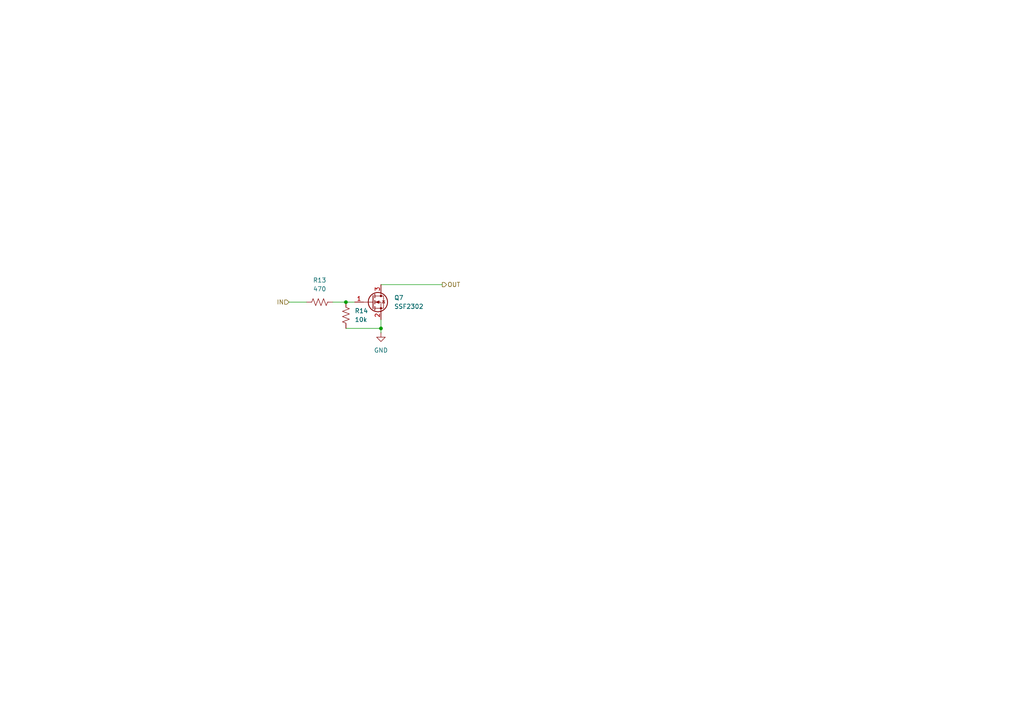
<source format=kicad_sch>
(kicad_sch (version 20250114) (generator "eeschema") (generator_version "9.0")
  (paper "A4")
  (lib_symbols
    (symbol "Device:R_US" (pin_numbers (hide yes)) (pin_names (offset 0))
      (property "Reference" "R" (at 2.54 0 90))
      (property "Value" "R_US" (at -2.54 0 90))
      (symbol "R_US_0_1"
        (polyline (pts (xy 0 2.286) (xy 0 2.54)))
        (polyline (pts (xy 0 2.286) (xy 1.016 1.905) (xy 0 1.524) (xy -1.016 1.143) (xy 0 0.762)))
        (polyline (pts (xy 0 0.762) (xy 1.016 0.381) (xy 0 0) (xy -1.016 -0.381) (xy 0 -0.762)))
        (polyline (pts (xy 0 -0.762) (xy 1.016 -1.143) (xy 0 -1.524) (xy -1.016 -1.905) (xy 0 -2.286)))
        (polyline (pts (xy 0 -2.286) (xy 0 -2.54)))
      )
      (symbol "R_US_1_1"
        (pin passive line (at 0 3.81 270) (length 1.27) (name "~") (number "1"))
        (pin passive line (at 0 -3.81 90) (length 1.27) (name "~") (number "2"))
      )
    )
    (symbol "Transistor_FET:TSM2302CX" (pin_names (offset 0) (hide yes))
      (property "Reference" "Q" (at 5.08 1.905 0))
      (property "Value" "TSM2302CX" (at 5.08 0 0))
      (symbol "TSM2302CX_0_1"
        (polyline (pts (xy 0.254 1.905) (xy 0.254 -1.905)) (stroke (width 0.254)))
        (polyline (pts (xy 0.254 0) (xy -2.54 0)))
        (polyline (pts (xy 0.762 2.286) (xy 0.762 1.27)) (stroke (width 0.254)))
        (polyline (pts (xy 0.762 0.508) (xy 0.762 -0.508)) (stroke (width 0.254)))
        (polyline (pts (xy 0.762 -1.27) (xy 0.762 -2.286)) (stroke (width 0.254)))
        (polyline (pts (xy 0.762 -1.778) (xy 3.302 -1.778) (xy 3.302 1.778) (xy 0.762 1.778)))
        (polyline (pts (xy 1.016 0) (xy 2.032 0.381) (xy 2.032 -0.381) (xy 1.016 0)) (fill (type outline)))
        (circle (center 1.651 0) (radius 2.794) (stroke (width 0.254)))
        (polyline (pts (xy 2.54 2.54) (xy 2.54 1.778)))
        (circle (center 2.54 1.778) (radius 0.254) (fill (type outline)))
        (circle (center 2.54 -1.778) (radius 0.254) (fill (type outline)))
        (polyline (pts (xy 2.54 -2.54) (xy 2.54 0) (xy 0.762 0)))
        (polyline (pts (xy 2.921 0.381) (xy 3.683 0.381)))
        (polyline (pts (xy 3.302 0.381) (xy 2.921 -0.254) (xy 3.683 -0.254) (xy 3.302 0.381)))
      )
      (symbol "TSM2302CX_1_1"
        (pin input line (at -5.08 0 0) (length 2.54) (name "G") (number "1"))
        (pin passive line (at 2.54 5.08 270) (length 2.54) (name "D") (number "3"))
        (pin passive line (at 2.54 -5.08 90) (length 2.54) (name "S") (number "2"))
      )
    )
    (symbol "power:GND" (power) (pin_numbers (hide yes)) (pin_names (offset 0) (hide yes))
      (property "Value" "GND" (at 0 -3.81 0))
      (symbol "GND_0_1"
        (polyline (pts (xy 0 0) (xy 0 -1.27) (xy 1.27 -1.27) (xy 0 -2.54) (xy -1.27 -1.27) (xy 0 -1.27)))
      )
      (symbol "GND_1_1"
        (pin power_in line (at 0 0 270) (length 0) (name "~") (number "1"))
      )
    )
  )
  (junction (at 100.33 87.63))
  (junction (at 110.49 95.25))
  (wire (pts (xy 83.82 87.63) (xy 88.9 87.63)))
  (wire (pts (xy 110.49 95.25) (xy 110.49 96.52)))
  (wire (pts (xy 96.52 87.63) (xy 100.33 87.63)))
  (wire (pts (xy 100.33 95.25) (xy 110.49 95.25)))
  (wire (pts (xy 110.49 92.71) (xy 110.49 95.25)))
  (wire (pts (xy 110.49 82.55) (xy 128.27 82.55)))
  (wire (pts (xy 100.33 87.63) (xy 102.87 87.63)))
  (hierarchical_label "IN" (shape input) (at 83.82 87.63 180))
  (hierarchical_label "OUT" (shape output) (at 128.27 82.55 0))
  (symbol (lib_id "Device:R_US") (at 100.33 91.44 0) (unit 1)
    (property "Reference" "R2" (at 102.87 90.1699 0) (effects (justify left)))
    (property "Value" "10k" (at 102.87 92.7099 0) (effects (justify left)))
    (property "Footprint" "Resistor_SMD:R_0805_2012Metric_Pad1.20x1.40mm_HandSolder" (effects (hide yes)))
    (property "Description" "Resistor, US symbol" (effects (hide yes)))
    (instances (project "Adapter" (path "" (reference "R14") (unit 1)) (path "" (reference "R6") (unit 1)) (path "" (reference "R8") (unit 1)) (path "" (reference "R4") (unit 1)) (path "" (reference "R12") (unit 1)) (path "" (reference "R16") (unit 1)) (path "" (reference "R10") (unit 1)) (path "" (reference "R2") (unit 1))))
  )
  (symbol (lib_id "power:GND") (at 110.49 96.52 0) (unit 1)
    (property "Reference" "#PWR05" (effects (hide yes)))
    (property "Value" "GND" (at 110.49 101.6 0))
    (property "Description" "Power symbol creates a global label with name \"GND\" , ground" (effects (hide yes)))
    (instances (project "Adapter" (path "" (reference "#PWR09") (unit 1)) (path "" (reference "#PWR0101") (unit 1)) (path "" (reference "#PWR06") (unit 1)) (path "" (reference "#PWR04") (unit 1)) (path "" (reference "#PWR08") (unit 1)) (path "" (reference "#PWR010") (unit 1)) (path "" (reference "#PWR07") (unit 1)) (path "" (reference "#PWR05") (unit 1))))
  )
  (symbol (lib_id "Device:R_US") (at 92.71 87.63 90) (unit 1)
    (property "Reference" "R1" (at 92.71 81.28 90))
    (property "Value" "470" (at 92.71 83.82 90))
    (property "Footprint" "Resistor_SMD:R_0805_2012Metric_Pad1.20x1.40mm_HandSolder" (effects (hide yes)))
    (property "Description" "Resistor, US symbol" (effects (hide yes)))
    (instances (project "Adapter" (path "" (reference "R13") (unit 1)) (path "" (reference "R5") (unit 1)) (path "" (reference "R7") (unit 1)) (path "" (reference "R3") (unit 1)) (path "" (reference "R11") (unit 1)) (path "" (reference "R15") (unit 1)) (path "" (reference "R9") (unit 1)) (path "" (reference "R1") (unit 1))))
  )
  (symbol (lib_id "Transistor_FET:TSM2302CX") (at 107.95 87.63 0) (unit 1)
    (property "Reference" "Q1" (at 114.3 86.3599 0) (effects (justify left)))
    (property "Value" "SSF2302" (at 114.3 88.8999 0) (effects (justify left)))
    (property "Footprint" "Package_TO_SOT_SMD:SOT-23_Handsoldering" (effects (hide yes)))
    (property "Datasheet" "https://services.taiwansemi.com/storage/resources/datasheet/TSM2302CX_F2406.pdf" (effects (hide yes)))
    (property "Description" "3.9A Id, 20V Vds, N-Channel MOSFET, SOT-23" (effects (hide yes)))
    (instances (project "Adapter" (path "" (reference "Q7") (unit 1)) (path "" (reference "Q3") (unit 1)) (path "" (reference "Q4") (unit 1)) (path "" (reference "Q2") (unit 1)) (path "" (reference "Q6") (unit 1)) (path "" (reference "Q8") (unit 1)) (path "" (reference "Q5") (unit 1)) (path "" (reference "Q1") (unit 1))))
  )
)
</source>
